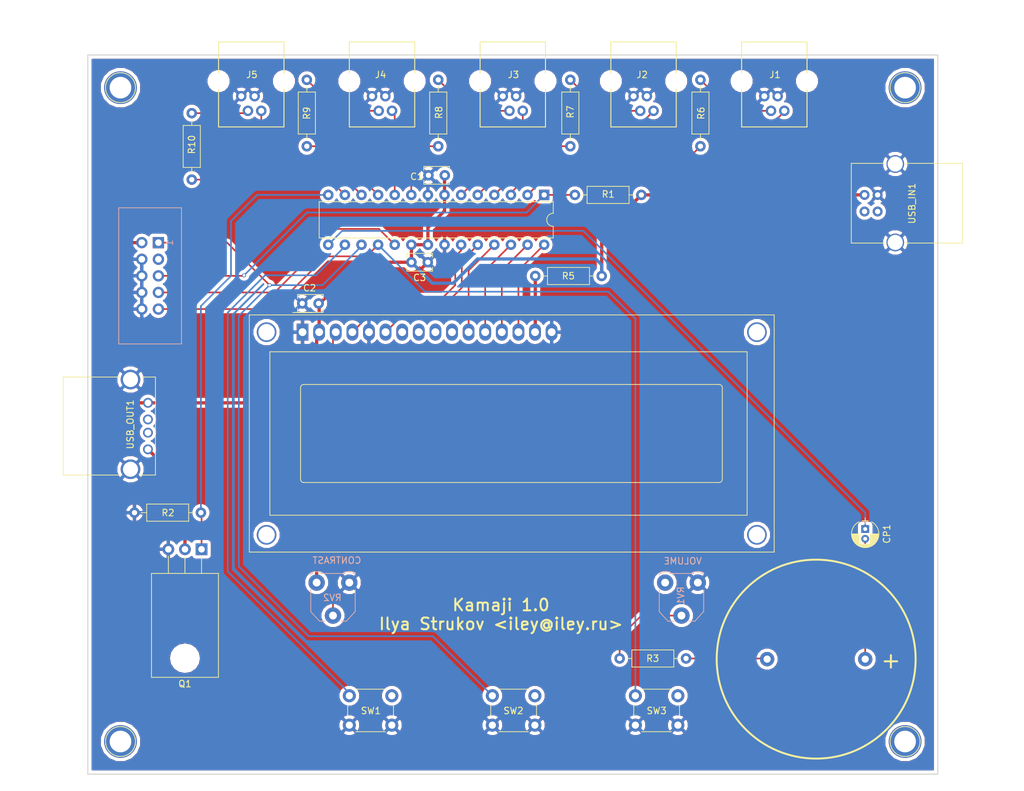
<source format=kicad_pcb>
(kicad_pcb (version 4) (host pcbnew 4.0.6)
  (title_block (title Kamaji) (rev 1.0))
  (layers (0 F.Cu signal) (31 B.Cu signal) (34 B.Paste user) (35 F.Paste user) (36 B.SilkS user) (37 F.SilkS user) (38 B.Mask user) (39 F.Mask user) (44 Edge.Cuts user))
  (net 0 "")
  (net 1 VCC)
  (net 2 GND)
  (net 3 "Net-(DS1-Pad3)")
  (net 4 LCD_RS)
  (net 5 LCD_EN)
  (net 6 LCD_D0)
  (net 7 LCD_D1)
  (net 8 LCD_D2)
  (net 9 LCD_D3)
  (net 10 "Net-(DS1-Pad15)")
  (net 11 "Net-(J1-Pad2)")
  (net 12 PBTN1)
  (net 13 "Net-(J2-Pad2)")
  (net 14 PBTN2)
  (net 15 "Net-(J3-Pad2)")
  (net 16 "Net-(J4-Pad2)")
  (net 17 "Net-(J5-Pad2)")
  (net 18 CBTN3)
  (net 19 SCK)
  (net 20 CBTN2)
  (net 21 RST)
  (net 22 "Net-(LS1-Pad2)")
  (net 23 SND)
  (net 24 LAMP)
  (net 25 PLED1)
  (net 26 PLED2)
  (net 27 CBTN1)
  (net 28 PBTN3)
  (net 29 PLED3)
  (net 30 PBTN4)
  (net 31 PLED4)
  (net 32 PBTN5)
  (net 33 PLED5)
  (net 34 "Net-(Q1-Pad2)")
  (net 35 "Net-(R3-Pad2)")
  (net 36 "Net-(DS1-Pad7)")
  (net 37 "Net-(DS1-Pad8)")
  (net 38 "Net-(DS1-Pad9)")
  (net 39 "Net-(DS1-Pad10)")
  (net 40 "Net-(RV1-Pad1)")
  (net 41 "Net-(USB_IN1-Pad2)")
  (net 42 "Net-(USB_IN1-Pad3)")
  (net 43 "Net-(USB_OUT1-Pad3)")
  (net 44 "Net-(USB_OUT1-Pad2)")
  (net 45 "Net-(CP1-Pad2)")
  (net 46 "Net-(JP1-Pad3)")
  (module Connectors:1pin (layer F.Cu) (at 225 35)
    (fp_text reference REF** hide)
    (fp_text value 1pin hide)
    (pad 1 thru_hole circle (at 0 0) (size 5 5) (drill 3.3) (layers *.Cu *.Mask))
  )
  (module Connectors:1pin (layer F.Cu) (at 225 135)
    (fp_text reference REF** hide)
    (fp_text value 1pin hide)
    (pad 1 thru_hole circle (at 0 0) (size 5 5) (drill 3.3) (layers *.Cu *.Mask))
  )
  (module Connectors:1pin (layer F.Cu) (at 105 135)
    (fp_text reference REF** hide)
    (fp_text value 1pin hide)
    (pad 1 thru_hole circle (at 0 0) (size 5 5) (drill 3.3) (layers *.Cu *.Mask))
  )
  (module Capacitors_THT:C_Disc_D3.8mm_W2.6mm_P2.50mm (layer F.Cu) (at 154.6 48.4 180)
    (fp_text reference C1 (at 4.3 -0.2 180) (layer F.SilkS))
    (fp_text value 0.1uF)
    (pad 1 thru_hole circle (at 0 0 180) (size 1.6 1.6) (drill 0.8) (layers *.Cu *.Mask) (net 1 VCC))
    (pad 2 thru_hole circle (at 2.5 0 180) (size 1.6 1.6) (drill 0.8) (layers *.Cu *.Mask) (net 2 GND))
  )
  (module Capacitors_THT:C_Disc_D3.8mm_W2.6mm_P2.50mm (layer F.Cu) (at 135.3 68 180)
    (fp_text reference C2 (at 1.382 2.356 180) (layer F.SilkS))
    (fp_text value 0.1uF)
    (pad 1 thru_hole circle (at 0 0 180) (size 1.6 1.6) (drill 0.8) (layers *.Cu *.Mask) (net 1 VCC))
    (pad 2 thru_hole circle (at 2.5 0 180) (size 1.6 1.6) (drill 0.8) (layers *.Cu *.Mask) (net 2 GND))
  )
  (module Displays:WC1602A (layer F.Cu) (at 132.842 72.39)
    (fp_text reference DS1 hide)
    (fp_text value LCD-016N002L)
    (pad 1 thru_hole rect (at 0 0) (size 1.8 2.6) (drill 1.2) (layers *.Cu *.Mask) (net 2 GND))
    (pad 2 thru_hole oval (at 2.54 0) (size 1.8 2.6) (drill 1.2) (layers *.Cu *.Mask) (net 1 VCC))
    (pad 3 thru_hole oval (at 5.08 0) (size 1.8 2.6) (drill 1.2) (layers *.Cu *.Mask) (net 3 "Net-(DS1-Pad3)"))
    (pad 4 thru_hole oval (at 7.62 0) (size 1.8 2.6) (drill 1.2) (layers *.Cu *.Mask) (net 4 LCD_RS))
    (pad 5 thru_hole oval (at 10.16 0) (size 1.8 2.6) (drill 1.2) (layers *.Cu *.Mask) (net 2 GND))
    (pad 6 thru_hole oval (at 12.7 0) (size 1.8 2.6) (drill 1.2) (layers *.Cu *.Mask) (net 5 LCD_EN))
    (pad 7 thru_hole oval (at 15.24 0) (size 1.8 2.6) (drill 1.2) (layers *.Cu *.Mask) (net 36 "Net-(DS1-Pad7)"))
    (pad 8 thru_hole oval (at 17.78 0) (size 1.8 2.6) (drill 1.2) (layers *.Cu *.Mask) (net 37 "Net-(DS1-Pad8)"))
    (pad 9 thru_hole oval (at 20.32 0) (size 1.8 2.6) (drill 1.2) (layers *.Cu *.Mask) (net 38 "Net-(DS1-Pad9)"))
    (pad 10 thru_hole oval (at 22.86 0) (size 1.8 2.6) (drill 1.2) (layers *.Cu *.Mask) (net 39 "Net-(DS1-Pad10)"))
    (pad 11 thru_hole oval (at 25.4 0) (size 1.8 2.6) (drill 1.2) (layers *.Cu *.Mask) (net 6 LCD_D0))
    (pad 12 thru_hole oval (at 27.94 0) (size 1.8 2.6) (drill 1.2) (layers *.Cu *.Mask) (net 7 LCD_D1))
    (pad 13 thru_hole oval (at 30.48 0) (size 1.8 2.6) (drill 1.2) (layers *.Cu *.Mask) (net 8 LCD_D2))
    (pad 14 thru_hole oval (at 33.02 0) (size 1.8 2.6) (drill 1.2) (layers *.Cu *.Mask) (net 9 LCD_D3))
    (pad 15 thru_hole oval (at 35.56 0) (size 1.8 2.6) (drill 1.2) (layers *.Cu *.Mask) (net 10 "Net-(DS1-Pad15)"))
    (pad 16 thru_hole oval (at 38.1 0) (size 1.8 2.6) (drill 1.2) (layers *.Cu *.Mask) (net 2 GND))
    (pad "" thru_hole circle (at -5.4991 0) (size 3 3) (drill 2.5) (layers *.Cu *.Mask))
    (pad "" thru_hole circle (at -5.4991 31.0007) (size 3 3) (drill 2.5) (layers *.Cu *.Mask))
    (pad "" thru_hole circle (at 69.49948 31.0007) (size 3 3) (drill 2.5) (layers *.Cu *.Mask))
    (pad "" thru_hole circle (at 69.5 0) (size 3 3) (drill 2.5) (layers *.Cu *.Mask))
  )
  (module kamaji:RJ10 (layer F.Cu) (at 205 28 180)
    (fp_text reference J1 (at -0.105 -5.02 180) (layer F.SilkS))
    (fp_text value RJ10)
    (pad 1 thru_hole circle (at 1.53 -8.3 180) (size 1.6 1.6) (drill 0.9) (layers *.Cu *.Mask) (net 2 GND))
    (pad 2 thru_hole circle (at 0.51 -10.54 180) (size 1.6 1.6) (drill 0.9) (layers *.Cu *.Mask) (net 11 "Net-(J1-Pad2)"))
    (pad 3 thru_hole circle (at -0.51 -8.3 180) (size 1.6 1.6) (drill 0.9) (layers *.Cu *.Mask) (net 2 GND))
    (pad 4 thru_hole circle (at -1.53 -10.54 180) (size 1.6 1.6) (drill 0.9) (layers *.Cu *.Mask) (net 12 PBTN1))
    (pad "" np_thru_hole circle (at 5 -6 180) (size 2.36 2.36) (drill 2.36) (layers *.Cu *.Mask))
    (pad "" np_thru_hole circle (at -5 -6 180) (size 2.36 2.36) (drill 2.36) (layers *.Cu *.Mask))
  )
  (module kamaji:RJ10 (layer F.Cu) (at 185 28 180)
    (fp_text reference J2 (at 0.215 -5.02 180) (layer F.SilkS))
    (fp_text value RJ10)
    (pad 1 thru_hole circle (at 1.53 -8.3 180) (size 1.6 1.6) (drill 0.9) (layers *.Cu *.Mask) (net 2 GND))
    (pad 2 thru_hole circle (at 0.51 -10.54 180) (size 1.6 1.6) (drill 0.9) (layers *.Cu *.Mask) (net 13 "Net-(J2-Pad2)"))
    (pad 3 thru_hole circle (at -0.51 -8.3 180) (size 1.6 1.6) (drill 0.9) (layers *.Cu *.Mask) (net 2 GND))
    (pad 4 thru_hole circle (at -1.53 -10.54 180) (size 1.6 1.6) (drill 0.9) (layers *.Cu *.Mask) (net 14 PBTN2))
    (pad "" np_thru_hole circle (at 5 -6 180) (size 2.36 2.36) (drill 2.36) (layers *.Cu *.Mask))
    (pad "" np_thru_hole circle (at -5 -6 180) (size 2.36 2.36) (drill 2.36) (layers *.Cu *.Mask))
  )
  (module kamaji:RJ10 (layer F.Cu) (at 165 28 180)
    (fp_text reference J3 (at -0.1 -5.02 180) (layer F.SilkS))
    (fp_text value RJ10)
    (pad 1 thru_hole circle (at 1.53 -8.3 180) (size 1.6 1.6) (drill 0.9) (layers *.Cu *.Mask) (net 2 GND))
    (pad 2 thru_hole circle (at 0.51 -10.54 180) (size 1.6 1.6) (drill 0.9) (layers *.Cu *.Mask) (net 15 "Net-(J3-Pad2)"))
    (pad 3 thru_hole circle (at -0.51 -8.3 180) (size 1.6 1.6) (drill 0.9) (layers *.Cu *.Mask) (net 2 GND))
    (pad 4 thru_hole circle (at -1.53 -10.54 180) (size 1.6 1.6) (drill 0.9) (layers *.Cu *.Mask) (net 28 PBTN3))
    (pad "" np_thru_hole circle (at 5 -6 180) (size 2.36 2.36) (drill 2.36) (layers *.Cu *.Mask))
    (pad "" np_thru_hole circle (at -5 -6 180) (size 2.36 2.36) (drill 2.36) (layers *.Cu *.Mask))
  )
  (module kamaji:RJ10 (layer F.Cu) (at 145 28 180)
    (fp_text reference J4 (at 0.22 -5.02 180) (layer F.SilkS))
    (fp_text value RJ10)
    (pad 1 thru_hole circle (at 1.53 -8.3 180) (size 1.6 1.6) (drill 0.9) (layers *.Cu *.Mask) (net 2 GND))
    (pad 2 thru_hole circle (at 0.51 -10.54 180) (size 1.6 1.6) (drill 0.9) (layers *.Cu *.Mask) (net 16 "Net-(J4-Pad2)"))
    (pad 3 thru_hole circle (at -0.51 -8.3 180) (size 1.6 1.6) (drill 0.9) (layers *.Cu *.Mask) (net 2 GND))
    (pad 4 thru_hole circle (at -1.53 -10.54 180) (size 1.6 1.6) (drill 0.9) (layers *.Cu *.Mask) (net 30 PBTN4))
    (pad "" np_thru_hole circle (at 5 -6 180) (size 2.36 2.36) (drill 2.36) (layers *.Cu *.Mask))
    (pad "" np_thru_hole circle (at -5 -6 180) (size 2.36 2.36) (drill 2.36) (layers *.Cu *.Mask))
  )
  (module kamaji:RJ10 (layer F.Cu) (at 125 28 180)
    (fp_text reference J5 (at -0.095 -5.02 180) (layer F.SilkS))
    (fp_text value RJ10)
    (pad 1 thru_hole circle (at 1.53 -8.3 180) (size 1.6 1.6) (drill 0.9) (layers *.Cu *.Mask) (net 2 GND))
    (pad 2 thru_hole circle (at 0.51 -10.54 180) (size 1.6 1.6) (drill 0.9) (layers *.Cu *.Mask) (net 17 "Net-(J5-Pad2)"))
    (pad 3 thru_hole circle (at -0.51 -8.3 180) (size 1.6 1.6) (drill 0.9) (layers *.Cu *.Mask) (net 2 GND))
    (pad 4 thru_hole circle (at -1.53 -10.54 180) (size 1.6 1.6) (drill 0.9) (layers *.Cu *.Mask) (net 32 PBTN5))
    (pad "" np_thru_hole circle (at 5 -6 180) (size 2.36 2.36) (drill 2.36) (layers *.Cu *.Mask))
    (pad "" np_thru_hole circle (at -5 -6 180) (size 2.36 2.36) (drill 2.36) (layers *.Cu *.Mask))
  )
  (module kamaji:AL-30P (layer F.Cu) (at 211.4 122.4 180)
    (fp_text reference LS1 hide)
    (fp_text value Speaker)
    (fp_text user + (at -11.43 -0.15 180) (layer F.SilkS) (effects (font (size 2.5 2.5) (thickness 0.3))))
    (pad 1 thru_hole circle (at -7.5 0 180) (size 2.2 2.2) (drill 1.1) (layers *.Cu *.Mask) (net 45 "Net-(CP1-Pad2)"))
    (pad 2 thru_hole circle (at 7.5 0 180) (size 2.2 2.2) (drill 1.1) (layers *.Cu *.Mask) (net 22 "Net-(LS1-Pad2)"))
  )
  (module Resistors_THT:R_Axial_DIN0207_L6.3mm_D2.5mm_P10.16mm_Horizontal (layer F.Cu) (at 174.5 51.4)
    (fp_text reference R1 (at 5.1 -0.1) (layer F.SilkS))
    (fp_text value 10K)
    (pad 1 thru_hole circle (at 0 0) (size 1.6 1.6) (drill 0.8) (layers *.Cu *.Mask) (net 21 RST))
    (pad 2 thru_hole oval (at 10.16 0) (size 1.6 1.6) (drill 0.8) (layers *.Cu *.Mask) (net 1 VCC))
  )
  (module Resistors_THT:R_Axial_DIN0207_L6.3mm_D2.5mm_P10.16mm_Horizontal (layer F.Cu) (at 117.3 100 180)
    (fp_text reference R2 (at 5.034 -0.026 180) (layer F.SilkS))
    (fp_text value 10K)
    (pad 1 thru_hole circle (at 0 0 180) (size 1.6 1.6) (drill 0.8) (layers *.Cu *.Mask) (net 24 LAMP))
    (pad 2 thru_hole oval (at 10.16 0 180) (size 1.6 1.6) (drill 0.8) (layers *.Cu *.Mask) (net 2 GND))
  )
  (module Resistors_THT:R_Axial_DIN0207_L6.3mm_D2.5mm_P10.16mm_Horizontal (layer F.Cu) (at 191.5 122.3 180)
    (fp_text reference R3 (at 5.1 0 180) (layer F.SilkS))
    (fp_text value 100R)
    (pad 1 thru_hole circle (at 0 0 180) (size 1.6 1.6) (drill 0.8) (layers *.Cu *.Mask) (net 22 "Net-(LS1-Pad2)"))
    (pad 2 thru_hole oval (at 10.16 0 180) (size 1.6 1.6) (drill 0.8) (layers *.Cu *.Mask) (net 35 "Net-(R3-Pad2)"))
  )
  (module Resistors_THT:R_Axial_DIN0207_L6.3mm_D2.5mm_P10.16mm_Horizontal (layer F.Cu) (at 178.6 63.8 180)
    (fp_text reference R5 (at 5.1 0 180) (layer F.SilkS))
    (fp_text value 220R)
    (pad 1 thru_hole circle (at 0 0 180) (size 1.6 1.6) (drill 0.8) (layers *.Cu *.Mask) (net 1 VCC))
    (pad 2 thru_hole oval (at 10.16 0 180) (size 1.6 1.6) (drill 0.8) (layers *.Cu *.Mask) (net 10 "Net-(DS1-Pad15)"))
  )
  (module Resistors_THT:R_Axial_DIN0207_L6.3mm_D2.5mm_P10.16mm_Horizontal (layer F.Cu) (at 193.7 33.8 270)
    (fp_text reference R6 (at 5.1 -0.1 270) (layer F.SilkS))
    (fp_text value 220R)
    (pad 1 thru_hole circle (at 0 0 270) (size 1.6 1.6) (drill 0.8) (layers *.Cu *.Mask) (net 11 "Net-(J1-Pad2)"))
    (pad 2 thru_hole oval (at 10.16 0 270) (size 1.6 1.6) (drill 0.8) (layers *.Cu *.Mask) (net 25 PLED1))
  )
  (module Resistors_THT:R_Axial_DIN0207_L6.3mm_D2.5mm_P10.16mm_Horizontal (layer F.Cu) (at 173.8 33.8 270)
    (fp_text reference R7 (at 4.9 0 270) (layer F.SilkS))
    (fp_text value 220R)
    (pad 1 thru_hole circle (at 0 0 270) (size 1.6 1.6) (drill 0.8) (layers *.Cu *.Mask) (net 13 "Net-(J2-Pad2)"))
    (pad 2 thru_hole oval (at 10.16 0 270) (size 1.6 1.6) (drill 0.8) (layers *.Cu *.Mask) (net 26 PLED2))
  )
  (module Resistors_THT:R_Axial_DIN0207_L6.3mm_D2.5mm_P10.16mm_Horizontal (layer F.Cu) (at 153.6 33.8 270)
    (fp_text reference R8 (at 5 -0.1 270) (layer F.SilkS))
    (fp_text value 220R)
    (pad 1 thru_hole circle (at 0 0 270) (size 1.6 1.6) (drill 0.8) (layers *.Cu *.Mask) (net 15 "Net-(J3-Pad2)"))
    (pad 2 thru_hole oval (at 10.16 0 270) (size 1.6 1.6) (drill 0.8) (layers *.Cu *.Mask) (net 29 PLED3))
  )
  (module Resistors_THT:R_Axial_DIN0207_L6.3mm_D2.5mm_P10.16mm_Horizontal (layer F.Cu) (at 133.5 33.8 270)
    (fp_text reference R9 (at 5.1 0 270) (layer F.SilkS))
    (fp_text value 220R)
    (pad 1 thru_hole circle (at 0 0 270) (size 1.6 1.6) (drill 0.8) (layers *.Cu *.Mask) (net 16 "Net-(J4-Pad2)"))
    (pad 2 thru_hole oval (at 10.16 0 270) (size 1.6 1.6) (drill 0.8) (layers *.Cu *.Mask) (net 31 PLED4))
  )
  (module Resistors_THT:R_Axial_DIN0207_L6.3mm_D2.5mm_P10.16mm_Horizontal (layer F.Cu) (at 115.9 38.9 270)
    (fp_text reference R10 (at 4.8 0 270) (layer F.SilkS))
    (fp_text value 220R)
    (pad 1 thru_hole circle (at 0 0 270) (size 1.6 1.6) (drill 0.8) (layers *.Cu *.Mask) (net 17 "Net-(J5-Pad2)"))
    (pad 2 thru_hole oval (at 10.16 0 270) (size 1.6 1.6) (drill 0.8) (layers *.Cu *.Mask) (net 33 PLED5))
  )
  (module Potentiometers:Potentiometer_Triwood_RM-065 (layer B.Cu) (at 188.3 110.7)
    (fp_text reference RV1 (at 2.4 2 270) (layer B.SilkS) (effects (justify mirror)))
    (fp_text value POT)
    (pad 2 thru_hole circle (at 2.5 5.04) (size 2.5 2.5) (drill 1.2) (layers *.Cu *.Mask) (net 35 "Net-(R3-Pad2)"))
    (pad 3 thru_hole circle (at 5 0) (size 2.5 2.5) (drill 1.2) (layers *.Cu *.Mask) (net 2 GND))
    (pad 1 thru_hole circle (at 0 0) (size 2.5 2.5) (drill 1.2) (layers *.Cu *.Mask) (net 40 "Net-(RV1-Pad1)"))
  )
  (module Potentiometers:Potentiometer_Triwood_RM-065 (layer B.Cu) (at 135 110.7)
    (fp_text reference RV2 (at 2.4 2.3) (layer B.SilkS) (effects (justify mirror)))
    (fp_text value POT)
    (pad 2 thru_hole circle (at 2.5 5.04) (size 2.5 2.5) (drill 1.2) (layers *.Cu *.Mask) (net 3 "Net-(DS1-Pad3)"))
    (pad 3 thru_hole circle (at 5 0) (size 2.5 2.5) (drill 1.2) (layers *.Cu *.Mask) (net 2 GND))
    (pad 1 thru_hole circle (at 0 0) (size 2.5 2.5) (drill 1.2) (layers *.Cu *.Mask) (net 1 VCC))
  )
  (module Housings_DIP:DIP-28_W7.62mm (layer F.Cu) (at 169.8 51.4 270)
    (fp_text reference U1 hide)
    (fp_text value ATMEGA328P-PU)
    (pad 1 thru_hole rect (at 0 0 270) (size 1.6 1.6) (drill 0.8) (layers *.Cu *.Mask) (net 21 RST))
    (pad 15 thru_hole oval (at 7.62 33.02 270) (size 1.6 1.6) (drill 0.8) (layers *.Cu *.Mask) (net 23 SND))
    (pad 2 thru_hole oval (at 0 2.54 270) (size 1.6 1.6) (drill 0.8) (layers *.Cu *.Mask) (net 12 PBTN1))
    (pad 16 thru_hole oval (at 7.62 30.48 270) (size 1.6 1.6) (drill 0.8) (layers *.Cu *.Mask) (net 27 CBTN1))
    (pad 3 thru_hole oval (at 0 5.08 270) (size 1.6 1.6) (drill 0.8) (layers *.Cu *.Mask) (net 25 PLED1))
    (pad 17 thru_hole oval (at 7.62 27.94 270) (size 1.6 1.6) (drill 0.8) (layers *.Cu *.Mask) (net 20 CBTN2))
    (pad 4 thru_hole oval (at 0 7.62 270) (size 1.6 1.6) (drill 0.8) (layers *.Cu *.Mask) (net 14 PBTN2))
    (pad 18 thru_hole oval (at 7.62 25.4 270) (size 1.6 1.6) (drill 0.8) (layers *.Cu *.Mask) (net 18 CBTN3))
    (pad 5 thru_hole oval (at 0 10.16 270) (size 1.6 1.6) (drill 0.8) (layers *.Cu *.Mask) (net 26 PLED2))
    (pad 19 thru_hole oval (at 7.62 22.86 270) (size 1.6 1.6) (drill 0.8) (layers *.Cu *.Mask) (net 19 SCK))
    (pad 6 thru_hole oval (at 0 12.7 270) (size 1.6 1.6) (drill 0.8) (layers *.Cu *.Mask) (net 28 PBTN3))
    (pad 20 thru_hole oval (at 7.62 20.32 270) (size 1.6 1.6) (drill 0.8) (layers *.Cu *.Mask) (net 1 VCC))
    (pad 7 thru_hole oval (at 0 15.24 270) (size 1.6 1.6) (drill 0.8) (layers *.Cu *.Mask) (net 1 VCC))
    (pad 21 thru_hole oval (at 7.62 17.78 270) (size 1.6 1.6) (drill 0.8) (layers *.Cu *.Mask) (net 1 VCC))
    (pad 8 thru_hole oval (at 0 17.78 270) (size 1.6 1.6) (drill 0.8) (layers *.Cu *.Mask) (net 2 GND))
    (pad 22 thru_hole oval (at 7.62 15.24 270) (size 1.6 1.6) (drill 0.8) (layers *.Cu *.Mask) (net 2 GND))
    (pad 9 thru_hole oval (at 0 20.32 270) (size 1.6 1.6) (drill 0.8) (layers *.Cu *.Mask) (net 29 PLED3))
    (pad 23 thru_hole oval (at 7.62 12.7 270) (size 1.6 1.6) (drill 0.8) (layers *.Cu *.Mask) (net 4 LCD_RS))
    (pad 10 thru_hole oval (at 0 22.86 270) (size 1.6 1.6) (drill 0.8) (layers *.Cu *.Mask) (net 30 PBTN4))
    (pad 24 thru_hole oval (at 7.62 10.16 270) (size 1.6 1.6) (drill 0.8) (layers *.Cu *.Mask) (net 5 LCD_EN))
    (pad 11 thru_hole oval (at 0 25.4 270) (size 1.6 1.6) (drill 0.8) (layers *.Cu *.Mask) (net 31 PLED4))
    (pad 25 thru_hole oval (at 7.62 7.62 270) (size 1.6 1.6) (drill 0.8) (layers *.Cu *.Mask) (net 6 LCD_D0))
    (pad 12 thru_hole oval (at 0 27.94 270) (size 1.6 1.6) (drill 0.8) (layers *.Cu *.Mask) (net 32 PBTN5))
    (pad 26 thru_hole oval (at 7.62 5.08 270) (size 1.6 1.6) (drill 0.8) (layers *.Cu *.Mask) (net 7 LCD_D1))
    (pad 13 thru_hole oval (at 0 30.48 270) (size 1.6 1.6) (drill 0.8) (layers *.Cu *.Mask) (net 33 PLED5))
    (pad 27 thru_hole oval (at 7.62 2.54 270) (size 1.6 1.6) (drill 0.8) (layers *.Cu *.Mask) (net 8 LCD_D2))
    (pad 14 thru_hole oval (at 0 33.02 270) (size 1.6 1.6) (drill 0.8) (layers *.Cu *.Mask) (net 24 LAMP))
    (pad 28 thru_hole oval (at 7.62 0 270) (size 1.6 1.6) (drill 0.8) (layers *.Cu *.Mask) (net 9 LCD_D3))
  )
  (module Connectors:USB_B (layer F.Cu) (at 218.8 51.4)
    (fp_text reference USB_IN1 (at 7.26 1.305 90) (layer F.SilkS))
    (fp_text value USB_B)
    (pad 2 thru_hole circle (at 0 2.54 270) (size 1.52 1.52) (drill 0.81) (layers *.Cu *.Mask) (net 41 "Net-(USB_IN1-Pad2)"))
    (pad 1 thru_hole circle (at 0 0 270) (size 1.52 1.52) (drill 0.81) (layers *.Cu *.Mask) (net 1 VCC))
    (pad 4 thru_hole circle (at 2 0 270) (size 1.52 1.52) (drill 0.81) (layers *.Cu *.Mask) (net 2 GND))
    (pad 3 thru_hole circle (at 2 2.54 270) (size 1.52 1.52) (drill 0.81) (layers *.Cu *.Mask) (net 42 "Net-(USB_IN1-Pad3)"))
    (pad 5 thru_hole circle (at 4.7 7.27 270) (size 2.7 2.7) (drill 2.3) (layers *.Cu *.Mask) (net 2 GND))
    (pad 5 thru_hole circle (at 4.7 -4.73 270) (size 2.7 2.7) (drill 2.3) (layers *.Cu *.Mask) (net 2 GND))
  )
  (module Connectors:USB_A (layer F.Cu) (at 109.2 83.2 270)
    (fp_text reference USB_OUT1 (at 3.3 2.7 270) (layer F.SilkS))
    (fp_text value USB_A)
    (pad 4 thru_hole circle (at 7.11 0 180) (size 1.5 1.5) (drill 1) (layers *.Cu *.Mask) (net 34 "Net-(Q1-Pad2)"))
    (pad 3 thru_hole circle (at 4.57 0 180) (size 1.5 1.5) (drill 1) (layers *.Cu *.Mask) (net 43 "Net-(USB_OUT1-Pad3)"))
    (pad 2 thru_hole circle (at 2.54 0 180) (size 1.5 1.5) (drill 1) (layers *.Cu *.Mask) (net 44 "Net-(USB_OUT1-Pad2)"))
    (pad 1 thru_hole circle (at 0 0 180) (size 1.5 1.5) (drill 1) (layers *.Cu *.Mask) (net 1 VCC))
    (pad 5 thru_hole circle (at 10.16 2.67 180) (size 3 3) (drill 2.3) (layers *.Cu *.Mask) (net 2 GND))
    (pad 5 thru_hole circle (at -3.56 2.67 180) (size 3 3) (drill 2.3) (layers *.Cu *.Mask) (net 2 GND))
  )
  (module Capacitors_THT:C_Disc_D3.8mm_W2.6mm_P2.50mm (layer F.Cu) (at 152 61.7 180)
    (fp_text reference C3 (at 1.25 -2.36 180) (layer F.SilkS))
    (fp_text value 0.1uF)
    (pad 1 thru_hole circle (at 0 0 180) (size 1.6 1.6) (drill 0.8) (layers *.Cu *.Mask) (net 2 GND))
    (pad 2 thru_hole circle (at 2.5 0 180) (size 1.6 1.6) (drill 0.8) (layers *.Cu *.Mask) (net 1 VCC))
  )
  (module Buttons_Switches_THT:SW_PUSH_6mm_h8.5mm (layer F.Cu) (at 140 128)
    (fp_text reference SW1 (at 3.3 2.3) (layer F.SilkS))
    (fp_text value CTRL1)
    (pad 2 thru_hole circle (at 0 4.5 90) (size 2 2) (drill 1.1) (layers *.Cu *.Mask) (net 2 GND))
    (pad 1 thru_hole circle (at 0 0 90) (size 2 2) (drill 1.1) (layers *.Cu *.Mask) (net 27 CBTN1))
    (pad 2 thru_hole circle (at 6.5 4.5 90) (size 2 2) (drill 1.1) (layers *.Cu *.Mask) (net 2 GND))
    (pad 1 thru_hole circle (at 6.5 0 90) (size 2 2) (drill 1.1) (layers *.Cu *.Mask) (net 27 CBTN1))
  )
  (module Buttons_Switches_THT:SW_PUSH_6mm_h8.5mm (layer F.Cu) (at 161.875 128)
    (fp_text reference SW2 (at 3.225 2.3) (layer F.SilkS))
    (fp_text value CTRL2)
    (pad 2 thru_hole circle (at 0 4.5 90) (size 2 2) (drill 1.1) (layers *.Cu *.Mask) (net 2 GND))
    (pad 1 thru_hole circle (at 0 0 90) (size 2 2) (drill 1.1) (layers *.Cu *.Mask) (net 20 CBTN2))
    (pad 2 thru_hole circle (at 6.5 4.5 90) (size 2 2) (drill 1.1) (layers *.Cu *.Mask) (net 2 GND))
    (pad 1 thru_hole circle (at 6.5 0 90) (size 2 2) (drill 1.1) (layers *.Cu *.Mask) (net 20 CBTN2))
  )
  (module Buttons_Switches_THT:SW_PUSH_6mm_h8.5mm (layer F.Cu) (at 183.75 128)
    (fp_text reference SW3 (at 3.25 2.3) (layer F.SilkS))
    (fp_text value CTRL3)
    (pad 2 thru_hole circle (at 0 4.5 90) (size 2 2) (drill 1.1) (layers *.Cu *.Mask) (net 2 GND))
    (pad 1 thru_hole circle (at 0 0 90) (size 2 2) (drill 1.1) (layers *.Cu *.Mask) (net 18 CBTN3))
    (pad 2 thru_hole circle (at 6.5 4.5 90) (size 2 2) (drill 1.1) (layers *.Cu *.Mask) (net 2 GND))
    (pad 1 thru_hole circle (at 6.5 0 90) (size 2 2) (drill 1.1) (layers *.Cu *.Mask) (net 18 CBTN3))
  )
  (module TO_SOT_Packages_THT:TO-220_Horizontal (layer F.Cu) (at 117.4 105.6 180)
    (fp_text reference Q1 (at 2.54 -20.58 180) (layer F.SilkS))
    (fp_text value IRF540N)
    (pad 0 np_thru_hole oval (at 2.54 -16.66 180) (size 3.5 3.5) (drill 3.5) (layers *.Cu *.Mask))
    (pad 1 thru_hole rect (at 0 0 180) (size 1.8 1.8) (drill 1) (layers *.Cu *.Mask) (net 24 LAMP))
    (pad 2 thru_hole oval (at 2.54 0 180) (size 1.8 1.8) (drill 1) (layers *.Cu *.Mask) (net 34 "Net-(Q1-Pad2)"))
    (pad 3 thru_hole oval (at 5.08 0 180) (size 1.8 1.8) (drill 1) (layers *.Cu *.Mask) (net 2 GND))
  )
  (module Connectors:1pin (layer F.Cu) (at 105 35)
    (fp_text reference REF** hide)
    (fp_text value 1pin hide)
    (pad 1 thru_hole circle (at 0 0) (size 5 5) (drill 3.3) (layers *.Cu *.Mask))
  )
  (module Capacitors_THT:CP_Radial_D4.0mm_P1.50mm (layer F.Cu) (at 218.9 102.5 270)
    (fp_text reference CP1 (at 0.75 -3.31 270) (layer F.SilkS))
    (fp_text value 1uF)
    (pad 1 thru_hole rect (at 0 0 270) (size 1.2 1.2) (drill 0.6) (layers *.Cu *.Mask) (net 23 SND))
    (pad 2 thru_hole circle (at 1.5 0 270) (size 1.2 1.2) (drill 0.6) (layers *.Cu *.Mask) (net 45 "Net-(CP1-Pad2)"))
  )
  (module Connectors:IDC_Header_Straight_10pins (layer B.Cu) (at 110.8 58.7 270)
    (fp_text reference JP1 hide)
    (fp_text value ICSP)
    (fp_text user 1 (at 0.02 -1.72 270) (layer B.SilkS) (effects (font (thickness 0.12)) (justify mirror)))
    (pad 1 thru_hole rect (at 0 0 270) (size 1.7272 1.7272) (drill 1.016) (layers *.Cu *.Mask) (net 20 CBTN2))
    (pad 2 thru_hole oval (at 0 2.54 270) (size 1.7272 1.7272) (drill 1.016) (layers *.Cu *.Mask) (net 1 VCC))
    (pad 3 thru_hole oval (at 2.54 0 270) (size 1.7272 1.7272) (drill 1.016) (layers *.Cu *.Mask) (net 46 "Net-(JP1-Pad3)"))
    (pad 4 thru_hole oval (at 2.54 2.54 270) (size 1.7272 1.7272) (drill 1.016) (layers *.Cu *.Mask) (net 2 GND))
    (pad 5 thru_hole oval (at 5.08 0 270) (size 1.7272 1.7272) (drill 1.016) (layers *.Cu *.Mask) (net 21 RST))
    (pad 6 thru_hole oval (at 5.08 2.54 270) (size 1.7272 1.7272) (drill 1.016) (layers *.Cu *.Mask) (net 2 GND))
    (pad 7 thru_hole oval (at 7.62 0 270) (size 1.7272 1.7272) (drill 1.016) (layers *.Cu *.Mask) (net 19 SCK))
    (pad 8 thru_hole oval (at 7.62 2.54 270) (size 1.7272 1.7272) (drill 1.016) (layers *.Cu *.Mask) (net 2 GND))
    (pad 9 thru_hole oval (at 10.16 0 270) (size 1.7272 1.7272) (drill 1.016) (layers *.Cu *.Mask) (net 18 CBTN3))
    (pad 10 thru_hole oval (at 10.16 2.54 270) (size 1.7272 1.7272) (drill 1.016) (layers *.Cu *.Mask) (net 2 GND))
  )
  (gr_text VOLUME (at 191 107.4) (layer B.SilkS) (effects (font (size 1 1)) (justify mirror)))
  (gr_text CONTRAST (at 138.1 107.3) (layer B.SilkS) (effects (font (size 1 1)) (justify mirror)))
  (gr_text "Kamaji 1.0\nIlya Strukov <iley@iley.ru>" (at 163.195 115.57) (layer F.SilkS) (effects (font (size 1.8 1.8) (thickness 0.3))))
  (gr_line (start 230 30) (end 230 140) (angle 90) (layer Edge.Cuts) (width 0.15))
  (gr_line (start 100 30) (end 230 30) (angle 90) (layer Edge.Cuts) (width 0.15))
  (gr_line (start 100 140) (end 100 30) (angle 90) (layer Edge.Cuts) (width 0.15))
  (gr_line (start 230 140) (end 100 140) (angle 90) (layer Edge.Cuts) (width 0.15))
  (segment (start 109.2 83.2) (end 135 83.2) (width 0.5) (layer F.Cu) (net 1))
  (segment (start 108.26 58.7) (end 106.3 58.7) (width 0.5) (layer F.Cu) (net 1))
  (segment (start 105.9 83.2) (end 109.2 83.2) (width 0.5) (layer F.Cu) (net 1))
  (segment (start 103.1 80.4) (end 105.9 83.2) (width 0.5) (layer F.Cu) (net 1))
  (segment (start 103.1 61.9) (end 103.1 80.4) (width 0.5) (layer F.Cu) (net 1))
  (segment (start 106.3 58.7) (end 103.1 61.9) (width 0.5) (layer F.Cu) (net 1))
  (segment (start 184.66 51.4) (end 218.8 51.4) (width 0.5) (layer F.Cu) (net 1))
  (segment (start 108.26 58.7) (end 107.4 58.7) (width 0.5) (layer F.Cu) (net 1))
  (segment (start 135 110.7) (end 135 83.2) (width 0.5) (layer F.Cu) (net 1))
  (segment (start 135 83.2) (end 135 72.772) (width 0.5) (layer F.Cu) (net 1))
  (segment (start 135 72.772) (end 135.382 72.39) (width 0.5) (layer F.Cu) (net 1))
  (segment (start 178.6 63.8) (end 178.6 57.46) (width 0.5) (layer F.Cu) (net 1))
  (segment (start 178.6 57.46) (end 184.66 51.4) (width 0.5) (layer F.Cu) (net 1))
  (segment (start 178.6 63.8) (end 178.6 62.1) (width 0.5) (layer B.Cu) (net 1))
  (segment (start 152.7 64.9) (end 149.5 61.7) (width 0.5) (layer B.Cu) (net 1))
  (segment (start 155.9 64.9) (end 152.7 64.9) (width 0.5) (layer B.Cu) (net 1))
  (segment (start 159.6 61.2) (end 155.9 64.9) (width 0.5) (layer B.Cu) (net 1))
  (segment (start 177.7 61.2) (end 159.6 61.2) (width 0.5) (layer B.Cu) (net 1))
  (segment (start 178.6 62.1) (end 177.7 61.2) (width 0.5) (layer B.Cu) (net 1))
  (segment (start 135.6 72.608) (end 135.382 72.39) (width 0.5) (layer F.Cu) (net 1))
  (segment (start 135.382 72.39) (end 135.382 68.082) (width 0.5) (layer F.Cu) (net 1))
  (segment (start 135.382 68.082) (end 141.764 61.7) (width 0.5) (layer F.Cu) (net 1))
  (segment (start 141.764 61.7) (end 149.5 61.7) (width 0.5) (layer F.Cu) (net 1))
  (segment (start 149.5 61.7) (end 149.5 59.04) (width 0.5) (layer F.Cu) (net 1))
  (segment (start 149.5 59.04) (end 149.48 59.02) (width 0.5) (layer F.Cu) (net 1))
  (segment (start 152.02 59.02) (end 152.02 56.38) (width 0.5) (layer F.Cu) (net 1))
  (segment (start 152.02 56.38) (end 154.56 53.84) (width 0.5) (layer F.Cu) (net 1))
  (segment (start 154.56 53.84) (end 154.56 51.4) (width 0.5) (layer F.Cu) (net 1))
  (segment (start 154.56 51.4) (end 154.56 48.44) (width 0.5) (layer F.Cu) (net 1))
  (segment (start 154.56 48.44) (end 154.6 48.4) (width 0.5) (layer F.Cu) (net 1))
  (segment (start 151.9 59.14) (end 152.02 59.02) (width 0.5) (layer F.Cu) (net 1))
  (segment (start 149.48 59.02) (end 152.02 59.02) (width 0.5) (layer F.Cu) (net 1))
  (segment (start 154.61 48.41) (end 154.6 48.4) (width 0.5) (layer F.Cu) (net 1))
  (segment (start 154.4 59.18) (end 154.56 59.02) (width 0.5) (layer F.Cu) (net 2))
  (segment (start 137.5 115.74) (end 137.5 72.812) (width 0.25) (layer F.Cu) (net 3))
  (segment (start 137.5 72.812) (end 137.922 72.39) (width 0.25) (layer F.Cu) (net 3))
  (segment (start 138.1 72.568) (end 137.922 72.39) (width 0.25) (layer F.Cu) (net 3))
  (segment (start 138.1 72.568) (end 137.922 72.39) (width 0.25) (layer B.Cu) (net 3))
  (segment (start 138 72.468) (end 137.922 72.39) (width 0.25) (layer F.Cu) (net 3))
  (segment (start 138.3 72.768) (end 137.922 72.39) (width 0.25) (layer F.Cu) (net 3))
  (segment (start 157.1 59.02) (end 157.1 59.9) (width 0.25) (layer F.Cu) (net 4))
  (segment (start 157.1 59.9) (end 156.2 60.8) (width 0.25) (layer F.Cu) (net 4))
  (segment (start 156.2 60.8) (end 156.2 65.2) (width 0.25) (layer F.Cu) (net 4))
  (segment (start 156.2 65.2) (end 154.4 67) (width 0.25) (layer F.Cu) (net 4))
  (segment (start 154.4 67) (end 145.852 67) (width 0.25) (layer F.Cu) (net 4))
  (segment (start 145.852 67) (end 140.462 72.39) (width 0.25) (layer F.Cu) (net 4))
  (segment (start 159.64 59.02) (end 159.64 59.06) (width 0.25) (layer F.Cu) (net 5))
  (segment (start 159.64 59.06) (end 157.2 61.5) (width 0.25) (layer F.Cu) (net 5))
  (segment (start 157.2 61.5) (end 157.2 65.6) (width 0.25) (layer F.Cu) (net 5))
  (segment (start 157.2 65.6) (end 154.4 68.4) (width 0.25) (layer F.Cu) (net 5))
  (segment (start 154.4 68.4) (end 149.532 68.4) (width 0.25) (layer F.Cu) (net 5))
  (segment (start 149.532 68.4) (end 145.542 72.39) (width 0.25) (layer F.Cu) (net 5))
  (segment (start 158.242 72.39) (end 158.242 62.958) (width 0.25) (layer F.Cu) (net 6))
  (segment (start 158.242 62.958) (end 162.18 59.02) (width 0.25) (layer F.Cu) (net 6))
  (segment (start 160.782 72.39) (end 160.782 62.958) (width 0.25) (layer F.Cu) (net 7))
  (segment (start 160.782 62.958) (end 164.72 59.02) (width 0.25) (layer F.Cu) (net 7))
  (segment (start 163.322 72.39) (end 163.322 62.958) (width 0.25) (layer F.Cu) (net 8))
  (segment (start 163.322 62.958) (end 167.26 59.02) (width 0.25) (layer F.Cu) (net 8))
  (segment (start 165.862 72.39) (end 165.862 62.958) (width 0.25) (layer F.Cu) (net 9))
  (segment (start 165.862 62.958) (end 169.8 59.02) (width 0.25) (layer F.Cu) (net 9))
  (segment (start 168.44 63.8) (end 168.44 72.352) (width 0.5) (layer F.Cu) (net 10))
  (segment (start 168.44 72.352) (end 168.402 72.39) (width 0.5) (layer F.Cu) (net 10))
  (segment (start 168.44 72.352) (end 168.402 72.39) (width 0.5) (layer F.Cu) (net 10))
  (segment (start 168.6 72.588) (end 168.402 72.39) (width 0.5) (layer F.Cu) (net 10))
  (segment (start 168.8 72.788) (end 168.402 72.39) (width 0.25) (layer F.Cu) (net 10))
  (segment (start 204.49 38.54) (end 198.44 38.54) (width 0.25) (layer F.Cu) (net 11))
  (segment (start 198.44 38.54) (end 193.7 33.8) (width 0.25) (layer F.Cu) (net 11))
  (segment (start 206.53 38.54) (end 206.53 38.67) (width 0.25) (layer F.Cu) (net 12))
  (segment (start 206.53 38.67) (end 196.6 48.6) (width 0.25) (layer F.Cu) (net 12))
  (segment (start 196.6 48.6) (end 170.06 48.6) (width 0.25) (layer F.Cu) (net 12))
  (segment (start 170.06 48.6) (end 167.26 51.4) (width 0.25) (layer F.Cu) (net 12))
  (segment (start 167.26 51.4) (end 167.26 51.34) (width 0.25) (layer F.Cu) (net 12))
  (segment (start 184.49 38.54) (end 178.54 38.54) (width 0.25) (layer F.Cu) (net 13))
  (segment (start 178.54 38.54) (end 173.8 33.8) (width 0.25) (layer F.Cu) (net 13))
  (segment (start 186.53 38.54) (end 186.53 38.57) (width 0.25) (layer F.Cu) (net 14))
  (segment (start 186.53 38.57) (end 179.2 45.9) (width 0.25) (layer F.Cu) (net 14))
  (segment (start 179.2 45.9) (end 167.68 45.9) (width 0.25) (layer F.Cu) (net 14))
  (segment (start 167.68 45.9) (end 162.18 51.4) (width 0.25) (layer F.Cu) (net 14))
  (segment (start 164.49 38.54) (end 158.34 38.54) (width 0.25) (layer F.Cu) (net 15))
  (segment (start 158.34 38.54) (end 153.6 33.8) (width 0.25) (layer F.Cu) (net 15))
  (segment (start 144.49 38.54) (end 138.24 38.54) (width 0.25) (layer F.Cu) (net 16))
  (segment (start 138.24 38.54) (end 133.5 33.8) (width 0.25) (layer F.Cu) (net 16))
  (segment (start 115.9 38.9) (end 124.13 38.9) (width 0.25) (layer F.Cu) (net 17))
  (segment (start 124.13 38.9) (end 124.49 38.54) (width 0.25) (layer F.Cu) (net 17))
  (segment (start 110.8 68.86) (end 128.34 68.86) (width 0.25) (layer F.Cu) (net 18))
  (segment (start 142.62 60.8) (end 144.4 59.02) (width 0.25) (layer F.Cu) (net 18))
  (segment (start 136.4 60.8) (end 142.62 60.8) (width 0.25) (layer F.Cu) (net 18))
  (segment (start 128.34 68.86) (end 136.4 60.8) (width 0.25) (layer F.Cu) (net 18))
  (segment (start 144.4 59.02) (end 144.4 59) (width 0.25) (layer F.Cu) (net 18))
  (segment (start 144.4 59.02) (end 144.32 59.02) (width 0.25) (layer F.Cu) (net 18))
  (segment (start 183.75 128) (end 183.75 70.35) (width 0.25) (layer B.Cu) (net 18))
  (segment (start 183.75 70.35) (end 179.6 66.2) (width 0.25) (layer B.Cu) (net 18))
  (segment (start 179.6 66.2) (end 151.58 66.2) (width 0.25) (layer B.Cu) (net 18))
  (segment (start 151.58 66.2) (end 144.4 59.02) (width 0.25) (layer B.Cu) (net 18))
  (segment (start 110.8 66.32) (end 128.58 66.32) (width 0.25) (layer F.Cu) (net 19))
  (segment (start 144.52 56.6) (end 146.94 59.02) (width 0.25) (layer F.Cu) (net 19))
  (segment (start 135.5 56.6) (end 144.52 56.6) (width 0.25) (layer F.Cu) (net 19))
  (segment (start 133.2 58.9) (end 135.5 56.6) (width 0.25) (layer F.Cu) (net 19))
  (segment (start 133.2 61.7) (end 133.2 58.9) (width 0.25) (layer F.Cu) (net 19))
  (segment (start 128.58 66.32) (end 133.2 61.7) (width 0.25) (layer F.Cu) (net 19))
  (segment (start 146.94 59.02) (end 146.94 58.94) (width 0.25) (layer F.Cu) (net 19))
  (segment (start 110.8 58.7) (end 121.3 58.7) (width 0.25) (layer F.Cu) (net 20))
  (via (at 127.8 65.2) (size 0.6) (drill 0.4) (layers F.Cu B.Cu) (net 20))
  (segment (start 121.3 58.7) (end 127.8 65.2) (width 0.25) (layer F.Cu) (net 20))
  (segment (start 141.86 59.02) (end 141.86 59.24) (width 0.25) (layer B.Cu) (net 20))
  (segment (start 141.86 59.24) (end 135.9 65.2) (width 0.25) (layer B.Cu) (net 20))
  (segment (start 152.775 118.9) (end 161.875 128) (width 0.25) (layer B.Cu) (net 20))
  (segment (start 133.8 118.9) (end 152.775 118.9) (width 0.25) (layer B.Cu) (net 20))
  (segment (start 123.1 108.2) (end 133.8 118.9) (width 0.25) (layer B.Cu) (net 20))
  (segment (start 123.1 69.9) (end 123.1 108.2) (width 0.25) (layer B.Cu) (net 20))
  (segment (start 127.8 65.2) (end 124.9 68.1) (width 0.25) (layer B.Cu) (net 20))
  (segment (start 124.9 68.1) (end 123.1 69.9) (width 0.25) (layer B.Cu) (net 20))
  (segment (start 135.9 65.2) (end 127.8 65.2) (width 0.25) (layer B.Cu) (net 20))
  (segment (start 141.86 59.02) (end 141.86 59.06) (width 0.25) (layer B.Cu) (net 20))
  (segment (start 110.8 63.78) (end 123.82 63.78) (width 0.25) (layer F.Cu) (net 21))
  (segment (start 167.1 54.1) (end 169.8 51.4) (width 0.25) (layer B.Cu) (net 21))
  (segment (start 133.5 54.1) (end 167.1 54.1) (width 0.25) (layer B.Cu) (net 21))
  (segment (start 123.9 63.7) (end 133.5 54.1) (width 0.25) (layer B.Cu) (net 21))
  (via (at 123.9 63.7) (size 0.6) (drill 0.4) (layers F.Cu B.Cu) (net 21))
  (segment (start 123.82 63.78) (end 123.9 63.7) (width 0.25) (layer F.Cu) (net 21))
  (segment (start 169.8 51.4) (end 174.5 51.4) (width 0.25) (layer F.Cu) (net 21))
  (segment (start 191.5 122.3) (end 203.8 122.3) (width 0.25) (layer F.Cu) (net 22))
  (segment (start 203.8 122.3) (end 203.9 122.4) (width 0.25) (layer F.Cu) (net 22))
  (segment (start 204.2 122.1) (end 204.3 122) (width 0.25) (layer B.Cu) (net 22))
  (segment (start 136.78 59.02) (end 138.9 56.9) (width 0.25) (layer B.Cu) (net 23))
  (segment (start 218.9 100) (end 218.9 102.5) (width 0.25) (layer B.Cu) (net 23))
  (segment (start 175.8 56.9) (end 218.9 100) (width 0.25) (layer B.Cu) (net 23))
  (segment (start 138.9 56.9) (end 175.8 56.9) (width 0.25) (layer B.Cu) (net 23))
  (segment (start 117.3 100) (end 117.3 68.4) (width 0.25) (layer B.Cu) (net 24))
  (segment (start 125.9 51.4) (end 136.78 51.4) (width 0.25) (layer B.Cu) (net 24))
  (segment (start 121.9 55.4) (end 125.9 51.4) (width 0.25) (layer B.Cu) (net 24))
  (segment (start 121.9 63.8) (end 121.9 55.4) (width 0.25) (layer B.Cu) (net 24))
  (segment (start 117.3 68.4) (end 121.9 63.8) (width 0.25) (layer B.Cu) (net 24))
  (segment (start 117.4 105.6) (end 117.4 100.1) (width 0.25) (layer F.Cu) (net 24))
  (segment (start 117.4 100.1) (end 117.3 100) (width 0.25) (layer F.Cu) (net 24))
  (segment (start 164.72 51.4) (end 164.72 51.08) (width 0.25) (layer F.Cu) (net 25))
  (segment (start 164.72 51.08) (end 168.7 47.1) (width 0.25) (layer F.Cu) (net 25))
  (segment (start 168.7 47.1) (end 190.56 47.1) (width 0.25) (layer F.Cu) (net 25))
  (segment (start 190.56 47.1) (end 193.7 43.96) (width 0.25) (layer F.Cu) (net 25))
  (segment (start 173.8 43.96) (end 167.08 43.96) (width 0.25) (layer F.Cu) (net 26))
  (segment (start 167.08 43.96) (end 159.64 51.4) (width 0.25) (layer F.Cu) (net 26))
  (segment (start 139.32 59.02) (end 139.32 59.28) (width 0.25) (layer B.Cu) (net 27))
  (segment (start 139.32 59.28) (end 134.9 63.7) (width 0.25) (layer B.Cu) (net 27))
  (segment (start 134.9 63.7) (end 127.1 63.7) (width 0.25) (layer B.Cu) (net 27))
  (segment (start 127.1 63.7) (end 121.4 69.4) (width 0.25) (layer B.Cu) (net 27))
  (segment (start 121.4 69.4) (end 121.4 109) (width 0.25) (layer B.Cu) (net 27))
  (segment (start 121.4 109) (end 140 127.6) (width 0.25) (layer B.Cu) (net 27))
  (segment (start 140 127.6) (end 140 128) (width 0.25) (layer B.Cu) (net 27))
  (segment (start 140 128) (end 140 127.6) (width 0.25) (layer B.Cu) (net 27))
  (segment (start 166.53 38.54) (end 166.53 41.97) (width 0.25) (layer F.Cu) (net 28))
  (segment (start 166.53 41.97) (end 157.1 51.4) (width 0.25) (layer F.Cu) (net 28))
  (segment (start 149.48 51.4) (end 149.48 45.62) (width 0.25) (layer F.Cu) (net 29))
  (segment (start 151.14 43.96) (end 153.6 43.96) (width 0.25) (layer F.Cu) (net 29))
  (segment (start 149.48 45.62) (end 151.14 43.96) (width 0.25) (layer F.Cu) (net 29))
  (segment (start 146.94 51.4) (end 146.94 38.95) (width 0.25) (layer F.Cu) (net 30))
  (segment (start 146.94 38.95) (end 146.53 38.54) (width 0.25) (layer F.Cu) (net 30))
  (segment (start 146.94 51.4) (end 146.94 50.95) (width 0.25) (layer F.Cu) (net 30))
  (segment (start 133.5 43.96) (end 136.96 43.96) (width 0.25) (layer F.Cu) (net 31))
  (segment (start 136.96 43.96) (end 144.4 51.4) (width 0.25) (layer F.Cu) (net 31))
  (segment (start 126.53 38.54) (end 126.53 42.53) (width 0.25) (layer F.Cu) (net 32))
  (segment (start 137.96 47.5) (end 141.86 51.4) (width 0.25) (layer F.Cu) (net 32))
  (segment (start 131.5 47.5) (end 137.96 47.5) (width 0.25) (layer F.Cu) (net 32))
  (segment (start 126.53 42.53) (end 131.5 47.5) (width 0.25) (layer F.Cu) (net 32))
  (segment (start 115.9 49.06) (end 136.98 49.06) (width 0.25) (layer F.Cu) (net 33))
  (segment (start 136.98 49.06) (end 139.32 51.4) (width 0.25) (layer F.Cu) (net 33))
  (segment (start 114.86 105.6) (end 114.86 95.97) (width 0.5) (layer F.Cu) (net 34))
  (segment (start 114.86 95.97) (end 109.2 90.31) (width 0.5) (layer F.Cu) (net 34))
  (segment (start 181.34 122.3) (end 181.34 119.06) (width 0.25) (layer F.Cu) (net 35))
  (segment (start 184.66 115.74) (end 190.8 115.74) (width 0.25) (layer F.Cu) (net 35))
  (segment (start 181.34 119.06) (end 184.66 115.74) (width 0.25) (layer F.Cu) (net 35))
  (segment (start 218.9 122.4) (end 218.9 104) (width 0.25) (layer F.Cu) (net 45))
  (zone (net 2) (net_name GND) (layer F.Cu) (connect_pads (clearance 0.508)) (min_thickness 0.254) (fill yes (arc_segments 16) (thermal_gap 0.508) (thermal_bridge_width 0.508))
    (polygon (pts (xy 100 140) (xy 100 30) (xy 230 30) (xy 230 140)))
  )
  (zone (net 2) (net_name GND) (layer B.Cu) (connect_pads (clearance 0.508)) (min_thickness 0.254) (fill yes (arc_segments 16) (thermal_gap 0.508) (thermal_bridge_width 0.508))
    (polygon (pts (xy 99.9 140) (xy 100 30) (xy 229.9 30.1) (xy 230 140)))
  )
)
</source>
